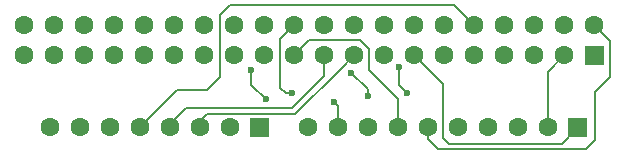
<source format=gbr>
%TF.GenerationSoftware,KiCad,Pcbnew,8.0.4*%
%TF.CreationDate,2024-08-28T09:53:51+01:00*%
%TF.ProjectId,qmmister-snac-restore,716d6d69-7374-4657-922d-736e61632d72,rev?*%
%TF.SameCoordinates,Original*%
%TF.FileFunction,Copper,L2,Bot*%
%TF.FilePolarity,Positive*%
%FSLAX46Y46*%
G04 Gerber Fmt 4.6, Leading zero omitted, Abs format (unit mm)*
G04 Created by KiCad (PCBNEW 8.0.4) date 2024-08-28 09:53:51*
%MOMM*%
%LPD*%
G01*
G04 APERTURE LIST*
%TA.AperFunction,NonConductor*%
%ADD10C,0.000000*%
%TD*%
%TA.AperFunction,ViaPad*%
%ADD11C,1.600000*%
%TD*%
%TA.AperFunction,ViaPad*%
%ADD12C,0.600000*%
%TD*%
%TA.AperFunction,ViaPad*%
%ADD13C,1.000010*%
%TD*%
%TA.AperFunction,Conductor*%
%ADD14C,0.200000*%
%TD*%
G04 APERTURE END LIST*
D10*
%TA.AperFunction,NonConductor*%
G36*
X145626000Y-100324000D02*
G01*
X144026000Y-100324000D01*
X144026000Y-98724000D01*
X145626000Y-98724000D01*
X145626000Y-100324000D01*
G37*
%TD.AperFunction*%
%TA.AperFunction,NonConductor*%
G36*
X117306000Y-106424000D02*
G01*
X115706000Y-106424000D01*
X115706000Y-104824000D01*
X117306000Y-104824000D01*
X117306000Y-106424000D01*
G37*
%TD.AperFunction*%
%TA.AperFunction,NonConductor*%
G36*
X144226000Y-106424000D02*
G01*
X142626000Y-106424000D01*
X142626000Y-104824000D01*
X144226000Y-104824000D01*
X144226000Y-106424000D01*
G37*
%TD.AperFunction*%
D11*
%TO.N,*%
X108886000Y-105624000D03*
X142286000Y-99524000D03*
X124506000Y-99524000D03*
X130726000Y-105624000D03*
X139746000Y-99524000D03*
D12*
X128250000Y-100500000D03*
X122750000Y-103500000D03*
D11*
X127046000Y-96984000D03*
X135806000Y-105624000D03*
X109266000Y-99524000D03*
X127046000Y-99524000D03*
D12*
X129000000Y-102750000D03*
D11*
X121966000Y-96984000D03*
X129586000Y-96984000D03*
D13*
X144826000Y-99524000D03*
D11*
X116886000Y-96984000D03*
X101646000Y-99524000D03*
X98726000Y-105624000D03*
X99106000Y-96984000D03*
D12*
X119250000Y-102750000D03*
D11*
X104186000Y-99524000D03*
X103806000Y-105624000D03*
D12*
X125650741Y-102956869D03*
D11*
X140886000Y-105624000D03*
X106346000Y-105624000D03*
X137206000Y-96984000D03*
X101266000Y-105624000D03*
X106726000Y-99524000D03*
X119426000Y-99524000D03*
D12*
X115750000Y-100750000D03*
D11*
X138346000Y-105624000D03*
X111806000Y-99524000D03*
X116886000Y-99524000D03*
X123106000Y-105624000D03*
X132126000Y-99524000D03*
X134666000Y-96984000D03*
X124506000Y-96984000D03*
X139746000Y-96984000D03*
X120566000Y-105624000D03*
D12*
X117000000Y-103250000D03*
D11*
X125646000Y-105624000D03*
X137206000Y-99524000D03*
X132126000Y-96984000D03*
X133266000Y-105624000D03*
X121966000Y-99524000D03*
X111806000Y-96984000D03*
X144826000Y-96984000D03*
D13*
X116506000Y-105624000D03*
D11*
X114346000Y-96984000D03*
X106726000Y-96984000D03*
X96566000Y-96984000D03*
X119426000Y-96984000D03*
X109266000Y-96984000D03*
X128186000Y-105624000D03*
X101646000Y-96984000D03*
X114346000Y-99524000D03*
X99106000Y-99524000D03*
X134666000Y-99524000D03*
X104186000Y-96984000D03*
D12*
X124250000Y-101000000D03*
D13*
X143426000Y-105624000D03*
D11*
X111426000Y-105624000D03*
X142286000Y-96984000D03*
X129586000Y-99524000D03*
X96566000Y-99524000D03*
X113966000Y-105624000D03*
%TD*%
D14*
%TO.N,*%
X116376000Y-105754000D02*
X116506000Y-105624000D01*
X111426000Y-105074000D02*
X111426000Y-105624000D01*
X125750000Y-100750000D02*
X125750000Y-99000000D01*
X106346000Y-105624000D02*
X106361000Y-105639000D01*
X101266000Y-105624000D02*
X101321000Y-105679000D01*
X98726000Y-105624000D02*
X98801000Y-105699000D01*
X113145720Y-96104280D02*
X114000000Y-95250000D01*
X128186000Y-103186000D02*
X125750000Y-100750000D01*
X124506000Y-99524000D02*
X123280000Y-100750000D01*
X140886000Y-100924000D02*
X140886000Y-105624000D01*
X144888317Y-102611683D02*
X144888317Y-106718330D01*
X112000000Y-104500000D02*
X111426000Y-105074000D01*
X146165817Y-98323817D02*
X146165817Y-101364999D01*
X125650741Y-102400741D02*
X125650741Y-102956869D01*
X123250000Y-100750000D02*
X119500000Y-104500000D01*
X106346000Y-105624000D02*
X106376000Y-105624000D01*
X110250000Y-104000000D02*
X108886000Y-105364000D01*
X130726000Y-106649060D02*
X130726000Y-105624000D01*
X132500000Y-107000000D02*
X142050000Y-107000000D01*
X114000000Y-95250000D02*
X132932000Y-95250000D01*
X146135001Y-101364999D02*
X144888317Y-102611683D01*
X121966000Y-101284000D02*
X119250000Y-104000000D01*
X119250000Y-104000000D02*
X110250000Y-104000000D01*
X118250000Y-102250000D02*
X118750000Y-102750000D01*
X128186000Y-105624000D02*
X128186000Y-103186000D01*
X103806000Y-105624000D02*
X103841000Y-105659000D01*
X144826000Y-96984000D02*
X146165817Y-98323817D01*
X109500000Y-102500000D02*
X112000000Y-102500000D01*
X111401000Y-105649000D02*
X111426000Y-105624000D01*
X144138040Y-107468607D02*
X131545547Y-107468607D01*
X115750000Y-102000000D02*
X115750000Y-100750000D01*
X122750000Y-103500000D02*
X123106000Y-103856000D01*
X113921000Y-105669000D02*
X113966000Y-105624000D01*
X108886000Y-105364000D02*
X108886000Y-105624000D01*
X117000000Y-103250000D02*
X115750000Y-102000000D01*
X131545547Y-107468607D02*
X130726000Y-106649060D01*
X132000000Y-106500000D02*
X132500000Y-107000000D01*
X132000000Y-101938000D02*
X132000000Y-106500000D01*
X129586000Y-99524000D02*
X132000000Y-101938000D01*
X108881000Y-105629000D02*
X108886000Y-105624000D01*
X146165817Y-101364999D02*
X146135001Y-101364999D01*
X120700000Y-98250000D02*
X119426000Y-99524000D01*
X112000000Y-102500000D02*
X113145720Y-101354280D01*
X119500000Y-104500000D02*
X112000000Y-104500000D01*
X142286000Y-99524000D02*
X140886000Y-100924000D01*
X124250000Y-101000000D02*
X125650741Y-102400741D01*
X121966000Y-99524000D02*
X121966000Y-101284000D01*
X119426000Y-96984000D02*
X118250000Y-98160000D01*
X132932000Y-95250000D02*
X134666000Y-96984000D01*
X118750000Y-102750000D02*
X119250000Y-102750000D01*
X123280000Y-100750000D02*
X123250000Y-100750000D01*
X128250000Y-102000000D02*
X129000000Y-102750000D01*
X118250000Y-98160000D02*
X118250000Y-102250000D01*
X106376000Y-105624000D02*
X109500000Y-102500000D01*
X142050000Y-107000000D02*
X143426000Y-105624000D01*
X125000000Y-98250000D02*
X120700000Y-98250000D01*
X128250000Y-100500000D02*
X128250000Y-102000000D01*
X113145720Y-101354280D02*
X113145720Y-96104280D01*
X144888317Y-106718330D02*
X144138040Y-107468607D01*
X123106000Y-103856000D02*
X123106000Y-105624000D01*
X125750000Y-99000000D02*
X125000000Y-98250000D01*
%TD*%
M02*

</source>
